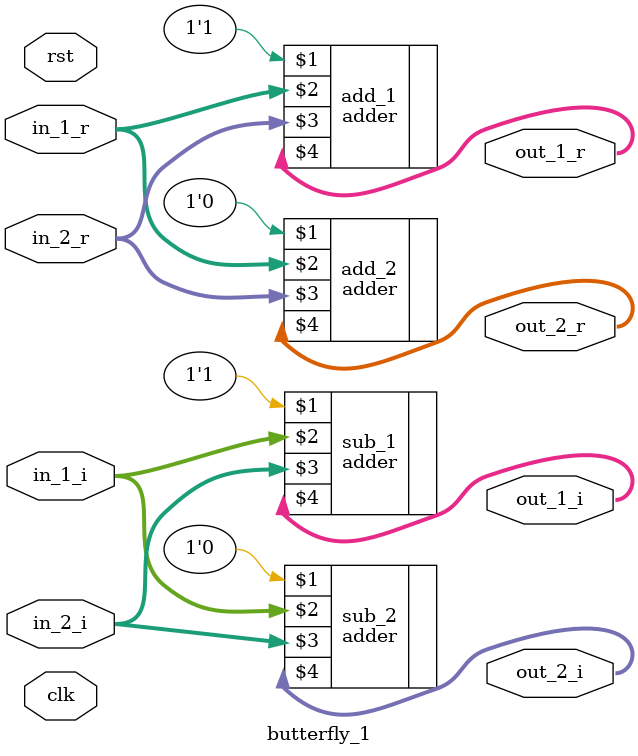
<source format=v>
module butterfly_1 #(parameter N = 3)
(
    input [(2 ** N) - 1 : 0] in_1_r, in_1_i, in_2_r, in_2_i,
    input clk, rst,
    output [(2 ** N) - 1 : 0] out_1_r, out_1_i, out_2_r, out_2_i
);
    // out_1 = in_1 + in_2
    adder #(.N(N)) add_1(1'b1, in_1_r, in_2_r, out_1_r);
    adder #(.N(N)) sub_1(1'b1, in_1_i, in_2_i, out_1_i);

    // out_2 = in_1 - in_2
    adder #(.N(N)) add_2(1'b0, in_1_r, in_2_r, out_2_r);
    adder #(.N(N)) sub_2(1'b0, in_1_i, in_2_i, out_2_i);

endmodule

</source>
